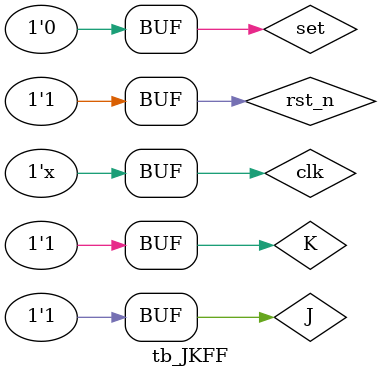
<source format=sv>
module sim;

    initial begin
        #150
        $finish;
    end

    initial begin
        $dumpfile("dump.vcd");
        $dumpvars;
    end

endmodule

module tb_JKFF;

    reg clk, set, rst_n, J, K;
    wire Q;

    JKFF jkff(.j(J), .k(K), .clk(clk), .set(set), .rst_n(rst_n), .q(Q)); 

    always #5 clk = ~clk;

    initial begin
        clk = 1'b0;
        set = 1'b0;
        rst_n = 1'b1;
        J = 1'b0;
        K = 1'b0;
        #2
        rst_n = 1'b0;
        #5
        rst_n = 1'b1;
        #16
        J = 1'b1;
        K = 1'b0;
        #10
        J = 1'b0;
        K = 1'b0;
        #10
        J = 1'b0;
        K = 1'b1;
        #10
        J = 1'b0;
        K = 1'b0;
        #10
        set = 1'b1;
        #10
        set = 1'b0;
        #10
        J = 1'b1;
        K = 1'b1;
    end

endmodule

</source>
